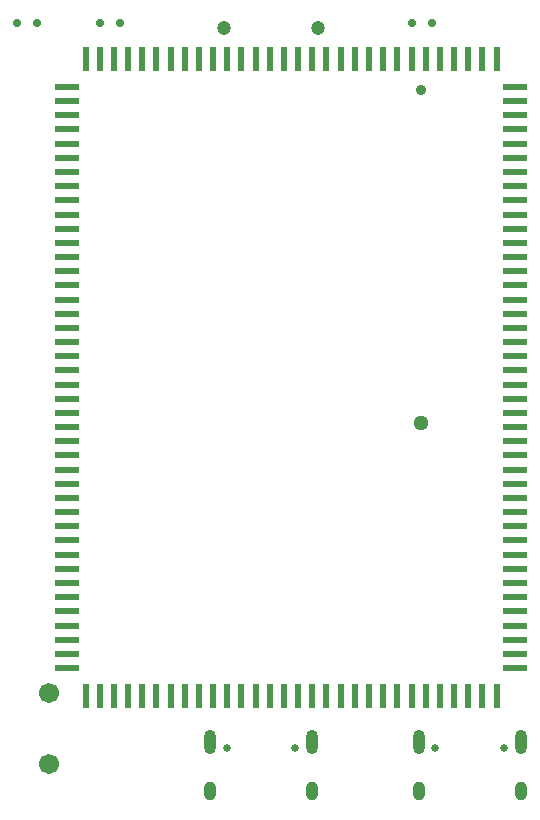
<source format=gbs>
G04 #@! TF.GenerationSoftware,KiCad,Pcbnew,(6.0.4)*
G04 #@! TF.CreationDate,2022-04-26T12:45:06+08:00*
G04 #@! TF.ProjectId,A133CoreDK,41313333-436f-4726-9544-4b2e6b696361,rev?*
G04 #@! TF.SameCoordinates,Original*
G04 #@! TF.FileFunction,Soldermask,Bot*
G04 #@! TF.FilePolarity,Negative*
%FSLAX46Y46*%
G04 Gerber Fmt 4.6, Leading zero omitted, Abs format (unit mm)*
G04 Created by KiCad (PCBNEW (6.0.4)) date 2022-04-26 12:45:06*
%MOMM*%
%LPD*%
G01*
G04 APERTURE LIST*
%ADD10C,1.198900*%
%ADD11C,1.300500*%
%ADD12C,0.899200*%
%ADD13C,1.701800*%
%ADD14C,0.701000*%
%ADD15C,0.650000*%
%ADD16O,1.000000X2.100000*%
%ADD17O,1.000000X1.600000*%
%ADD18R,2.000000X0.609600*%
%ADD19R,0.609600X2.000000*%
G04 APERTURE END LIST*
D10*
X144269500Y-59070200D03*
X152270500Y-59070200D03*
D11*
X160985200Y-92486400D03*
D12*
X160985200Y-64287400D03*
D13*
X129489200Y-115341400D03*
X129489200Y-121340900D03*
D14*
X135470900Y-58661300D03*
X133769100Y-58661300D03*
D15*
X167990000Y-120007000D03*
X162210000Y-120007000D03*
D16*
X169420000Y-119477000D03*
D17*
X160780000Y-123657000D03*
X169420000Y-123657000D03*
D16*
X160780000Y-119477000D03*
D14*
X126784100Y-58661300D03*
X128485900Y-58661300D03*
D15*
X144557000Y-120007000D03*
X150337000Y-120007000D03*
D17*
X143127000Y-123657000D03*
D16*
X143127000Y-119477000D03*
X151767000Y-119477000D03*
D17*
X151767000Y-123657000D03*
D14*
X161886900Y-58661300D03*
X160185100Y-58661300D03*
D18*
X130987000Y-113246000D03*
X130987000Y-112046000D03*
X130987000Y-110846000D03*
X130987000Y-109646000D03*
X130987000Y-108446000D03*
X130987000Y-107246000D03*
X130987000Y-106046000D03*
X130987000Y-104846000D03*
X130987000Y-103646000D03*
X130987000Y-102446000D03*
X130987000Y-101246000D03*
X130987000Y-100046000D03*
X130987000Y-98846000D03*
X130987000Y-97646000D03*
X130987000Y-96446000D03*
X130987000Y-95246000D03*
X130987000Y-94046000D03*
X130987000Y-92846000D03*
X130987000Y-91646000D03*
X130987000Y-90446000D03*
X130987000Y-89246000D03*
X130987000Y-88046000D03*
X130987000Y-86846000D03*
X130987000Y-85646000D03*
X130987000Y-84446000D03*
X130987000Y-83246000D03*
X130987000Y-82046000D03*
X130987000Y-80846000D03*
X130987000Y-79646000D03*
X130987000Y-78446000D03*
X130987000Y-77246000D03*
X130987000Y-76046000D03*
X130987000Y-74846000D03*
X130987000Y-73646000D03*
X130987000Y-72446000D03*
X130987000Y-71246000D03*
X130987000Y-70046000D03*
X130987000Y-68846000D03*
X130987000Y-67646000D03*
X130987000Y-66446000D03*
X130987000Y-65246000D03*
X130987000Y-64046000D03*
D19*
X132586998Y-61646000D03*
X133787000Y-61646000D03*
X134987000Y-61646000D03*
X136187000Y-61646000D03*
X137387000Y-61646000D03*
X138587000Y-61646000D03*
X139787000Y-61646000D03*
X140987000Y-61646000D03*
X142187000Y-61646000D03*
X143387000Y-61646000D03*
X144587000Y-61646000D03*
X145787000Y-61646000D03*
X146987000Y-61646000D03*
X148187000Y-61646000D03*
X149387000Y-61646000D03*
X150586998Y-61646000D03*
X151786998Y-61646000D03*
X152986998Y-61646000D03*
X154186998Y-61646000D03*
X155387000Y-61646000D03*
X156587000Y-61646000D03*
X157787000Y-61646000D03*
X158987000Y-61646000D03*
X160187000Y-61646000D03*
X161387000Y-61646000D03*
X162587000Y-61646000D03*
X163787000Y-61646000D03*
X164987000Y-61646000D03*
X166187000Y-61646000D03*
X167387000Y-61646000D03*
D18*
X168987000Y-64046000D03*
X168987000Y-65246000D03*
X168987000Y-66446000D03*
X168987000Y-67646000D03*
X168987000Y-68846000D03*
X168987000Y-70046000D03*
X168987000Y-71246000D03*
X168987000Y-72446000D03*
X168987000Y-73646000D03*
X168987000Y-74846000D03*
X168987000Y-76046000D03*
X168987000Y-77246000D03*
X168987000Y-78446000D03*
X168987000Y-79646000D03*
X168987000Y-80846000D03*
X168987000Y-82046000D03*
X168987000Y-83246000D03*
X168987000Y-84446000D03*
X168987000Y-85646000D03*
X168987000Y-86846000D03*
X168987000Y-88046000D03*
X168987000Y-89246000D03*
X168987000Y-90446000D03*
X168987000Y-91646000D03*
X168987000Y-92846000D03*
X168987000Y-94046000D03*
X168987000Y-95246000D03*
X168987000Y-96446000D03*
X168987000Y-97646000D03*
X168987000Y-98846000D03*
X168987000Y-100046000D03*
X168987000Y-101246000D03*
X168987000Y-102446000D03*
X168987000Y-103646000D03*
X168987000Y-104846000D03*
X168987000Y-106046000D03*
X168987000Y-107246000D03*
X168987000Y-108446000D03*
X168987000Y-109646000D03*
X168987000Y-110846000D03*
X168987000Y-112046000D03*
X168987000Y-113246000D03*
D19*
X167387000Y-115646000D03*
X166187000Y-115646000D03*
X164987000Y-115646000D03*
X163787000Y-115646000D03*
X162587000Y-115646000D03*
X161387000Y-115646000D03*
X160187000Y-115646000D03*
X158987000Y-115646000D03*
X157787000Y-115646000D03*
X156587000Y-115646000D03*
X155387000Y-115646000D03*
X154186998Y-115646000D03*
X152986998Y-115646000D03*
X151786998Y-115646000D03*
X150586998Y-115646000D03*
X149387000Y-115646000D03*
X148187000Y-115646000D03*
X146987000Y-115646000D03*
X145787000Y-115646000D03*
X144587000Y-115646000D03*
X143387000Y-115646000D03*
X142187000Y-115646000D03*
X140987000Y-115646000D03*
X139787000Y-115646000D03*
X138587000Y-115646000D03*
X137387000Y-115646000D03*
X136187000Y-115646000D03*
X134987000Y-115646000D03*
X133787000Y-115646000D03*
X132586998Y-115646000D03*
M02*

</source>
